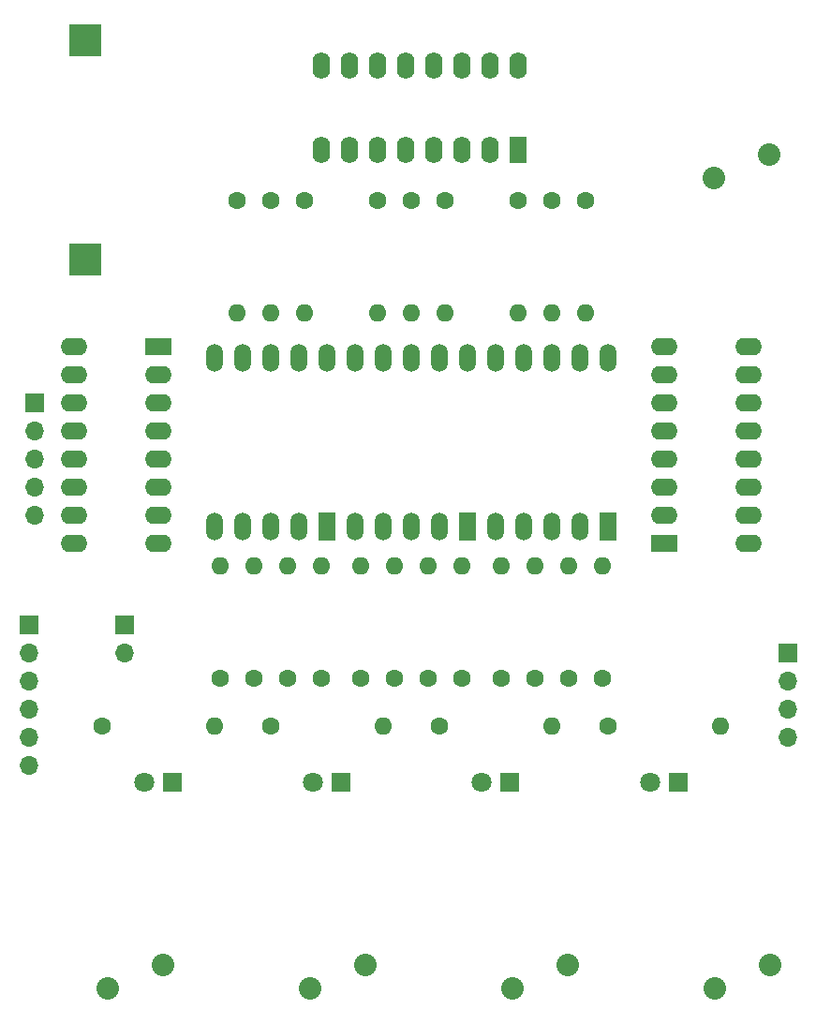
<source format=gbr>
%TF.GenerationSoftware,KiCad,Pcbnew,8.0.7*%
%TF.CreationDate,2024-12-12T20:06:27+02:00*%
%TF.ProjectId,circuit diagram,63697263-7569-4742-9064-69616772616d,rev?*%
%TF.SameCoordinates,Original*%
%TF.FileFunction,Copper,L1,Top*%
%TF.FilePolarity,Positive*%
%FSLAX46Y46*%
G04 Gerber Fmt 4.6, Leading zero omitted, Abs format (unit mm)*
G04 Created by KiCad (PCBNEW 8.0.7) date 2024-12-12 20:06:27*
%MOMM*%
%LPD*%
G01*
G04 APERTURE LIST*
%TA.AperFunction,ComponentPad*%
%ADD10C,1.600000*%
%TD*%
%TA.AperFunction,ComponentPad*%
%ADD11O,1.600000X1.600000*%
%TD*%
%TA.AperFunction,ComponentPad*%
%ADD12R,1.524000X2.524000*%
%TD*%
%TA.AperFunction,ComponentPad*%
%ADD13O,1.524000X2.524000*%
%TD*%
%TA.AperFunction,ComponentPad*%
%ADD14R,3.000000X3.000000*%
%TD*%
%TA.AperFunction,ComponentPad*%
%ADD15C,2.032000*%
%TD*%
%TA.AperFunction,ComponentPad*%
%ADD16R,1.700000X1.700000*%
%TD*%
%TA.AperFunction,ComponentPad*%
%ADD17O,1.700000X1.700000*%
%TD*%
%TA.AperFunction,ComponentPad*%
%ADD18R,1.800000X1.800000*%
%TD*%
%TA.AperFunction,ComponentPad*%
%ADD19C,1.800000*%
%TD*%
%TA.AperFunction,ComponentPad*%
%ADD20R,2.400000X1.600000*%
%TD*%
%TA.AperFunction,ComponentPad*%
%ADD21O,2.400000X1.600000*%
%TD*%
%TA.AperFunction,ComponentPad*%
%ADD22R,1.600000X2.400000*%
%TD*%
%TA.AperFunction,ComponentPad*%
%ADD23O,1.600000X2.400000*%
%TD*%
G04 APERTURE END LIST*
D10*
%TO.P,R4,1*%
%TO.N,Net-(D4-A)*%
X39116000Y-94234000D03*
D11*
%TO.P,R4,2*%
%TO.N,/LED_GRN*%
X49276000Y-94234000D03*
%TD*%
D10*
%TO.P,R11,1*%
%TO.N,Net-(U1-QG)*%
X58928000Y-89916000D03*
D11*
%TO.P,R11,2*%
%TO.N,Net-(U4-G)*%
X58928000Y-79756000D03*
%TD*%
D12*
%TO.P,U5,1,G*%
%TO.N,Net-(U5-G)*%
X72136000Y-76200000D03*
D13*
%TO.P,U5,2,F*%
%TO.N,Net-(U5-F)*%
X69596000Y-76200000D03*
%TO.P,U5,3,CC*%
%TO.N,GND*%
X67056000Y-76200000D03*
%TO.P,U5,4,E*%
%TO.N,Net-(U5-E)*%
X64516000Y-76200000D03*
%TO.P,U5,5,D*%
%TO.N,Net-(U5-D)*%
X61976000Y-76200000D03*
%TO.P,U5,6,DP*%
%TO.N,unconnected-(U5-DP-Pad6)*%
X61976000Y-60960000D03*
%TO.P,U5,7,C*%
%TO.N,Net-(U5-C)*%
X64516000Y-60960000D03*
%TO.P,U5,8,CC*%
%TO.N,GND*%
X67056000Y-60960000D03*
%TO.P,U5,9,B*%
%TO.N,Net-(U5-B)*%
X69596000Y-60960000D03*
%TO.P,U5,10,A*%
%TO.N,Net-(U5-A)*%
X72136000Y-60960000D03*
%TD*%
D12*
%TO.P,U6,1,G*%
%TO.N,Net-(U6-G)*%
X84836000Y-76200000D03*
D13*
%TO.P,U6,2,F*%
%TO.N,Net-(U6-F)*%
X82296000Y-76200000D03*
%TO.P,U6,3,CC*%
%TO.N,GND*%
X79756000Y-76200000D03*
%TO.P,U6,4,E*%
%TO.N,Net-(U6-E)*%
X77216000Y-76200000D03*
%TO.P,U6,5,D*%
%TO.N,Net-(U6-D)*%
X74676000Y-76200000D03*
%TO.P,U6,6,DP*%
%TO.N,unconnected-(U6-DP-Pad6)*%
X74676000Y-60960000D03*
%TO.P,U6,7,C*%
%TO.N,Net-(U6-C)*%
X77216000Y-60960000D03*
%TO.P,U6,8,CC*%
%TO.N,GND*%
X79756000Y-60960000D03*
%TO.P,U6,9,B*%
%TO.N,Net-(U6-B)*%
X82296000Y-60960000D03*
%TO.P,U6,10,A*%
%TO.N,Net-(U6-A)*%
X84836000Y-60960000D03*
%TD*%
D10*
%TO.P,R10,1*%
%TO.N,Net-(U1-QF)*%
X55880000Y-89916000D03*
D11*
%TO.P,R10,2*%
%TO.N,Net-(U4-F)*%
X55880000Y-79756000D03*
%TD*%
D14*
%TO.P,KLJ-1,1,+*%
%TO.N,/BUZZER*%
X37592000Y-52079670D03*
%TO.P,KLJ-1,2,-*%
%TO.N,GND*%
X37592000Y-32248330D03*
%TD*%
D15*
%TO.P,SW3,1,A*%
%TO.N,/BTN_START*%
X94400000Y-44704000D03*
%TO.P,SW3,2,B*%
%TO.N,GND*%
X99400000Y-42604000D03*
%TD*%
D16*
%TO.P,J4,1,Pin_1*%
%TO.N,/DATAIN_DISP_1*%
X33020000Y-65029000D03*
D17*
%TO.P,J4,2,Pin_2*%
%TO.N,/n_ENABLE*%
X33020000Y-67569000D03*
%TO.P,J4,3,Pin_3*%
%TO.N,/LATCH_CLK*%
X33020000Y-70109000D03*
%TO.P,J4,4,Pin_4*%
%TO.N,/SHIFT_CLK*%
X33020000Y-72649000D03*
%TO.P,J4,5,Pin_5*%
%TO.N,/n_RESET*%
X33020000Y-75189000D03*
%TD*%
D10*
%TO.P,R23,1*%
%TO.N,Net-(U3-QE)*%
X78232000Y-89916000D03*
D11*
%TO.P,R23,2*%
%TO.N,Net-(U6-E)*%
X78232000Y-79756000D03*
%TD*%
D18*
%TO.P,D4,1,K*%
%TO.N,GND*%
X45471000Y-99314000D03*
D19*
%TO.P,D4,2,A*%
%TO.N,Net-(D4-A)*%
X42931000Y-99314000D03*
%TD*%
D12*
%TO.P,U4,1,G*%
%TO.N,Net-(U4-G)*%
X59436000Y-76200000D03*
D13*
%TO.P,U4,2,F*%
%TO.N,Net-(U4-F)*%
X56896000Y-76200000D03*
%TO.P,U4,3,CC*%
%TO.N,GND*%
X54356000Y-76200000D03*
%TO.P,U4,4,E*%
%TO.N,Net-(U4-E)*%
X51816000Y-76200000D03*
%TO.P,U4,5,D*%
%TO.N,Net-(U4-D)*%
X49276000Y-76200000D03*
%TO.P,U4,6,DP*%
%TO.N,unconnected-(U4-DP-Pad6)*%
X49276000Y-60960000D03*
%TO.P,U4,7,C*%
%TO.N,Net-(U4-C)*%
X51816000Y-60960000D03*
%TO.P,U4,8,CC*%
%TO.N,GND*%
X54356000Y-60960000D03*
%TO.P,U4,9,B*%
%TO.N,Net-(U4-B)*%
X56896000Y-60960000D03*
%TO.P,U4,10,A*%
%TO.N,Net-(U4-A)*%
X59436000Y-60960000D03*
%TD*%
D10*
%TO.P,R2,1*%
%TO.N,Net-(D2-A)*%
X54356000Y-94234000D03*
D11*
%TO.P,R2,2*%
%TO.N,/LED_RED*%
X64516000Y-94234000D03*
%TD*%
D10*
%TO.P,R5,1*%
%TO.N,Net-(U1-QA)*%
X57404000Y-46736000D03*
D11*
%TO.P,R5,2*%
%TO.N,Net-(U4-A)*%
X57404000Y-56896000D03*
%TD*%
D15*
%TO.P,SW2,1,A*%
%TO.N,/BTN_RED*%
X57912000Y-117914000D03*
%TO.P,SW2,2,B*%
%TO.N,GND*%
X62912000Y-115814000D03*
%TD*%
D10*
%TO.P,R6,1*%
%TO.N,Net-(U1-QB)*%
X54356000Y-46736000D03*
D11*
%TO.P,R6,2*%
%TO.N,Net-(U4-B)*%
X54356000Y-56896000D03*
%TD*%
D10*
%TO.P,R21,1*%
%TO.N,Net-(U3-QC)*%
X76708000Y-46736000D03*
D11*
%TO.P,R21,2*%
%TO.N,Net-(U6-C)*%
X76708000Y-56896000D03*
%TD*%
D10*
%TO.P,R18,1*%
%TO.N,Net-(U2-QG)*%
X71628000Y-89916000D03*
D11*
%TO.P,R18,2*%
%TO.N,Net-(U5-G)*%
X71628000Y-79756000D03*
%TD*%
D10*
%TO.P,R8,1*%
%TO.N,Net-(U1-QD)*%
X49784000Y-89916000D03*
D11*
%TO.P,R8,2*%
%TO.N,Net-(U4-D)*%
X49784000Y-79756000D03*
%TD*%
D15*
%TO.P,SW4,1,A*%
%TO.N,/BTN_YLW*%
X76200000Y-117914000D03*
%TO.P,SW4,2,B*%
%TO.N,GND*%
X81200000Y-115814000D03*
%TD*%
D10*
%TO.P,R13,1*%
%TO.N,Net-(U2-QB)*%
X67056000Y-46736000D03*
D11*
%TO.P,R13,2*%
%TO.N,Net-(U5-B)*%
X67056000Y-56896000D03*
%TD*%
D10*
%TO.P,R15,1*%
%TO.N,Net-(U2-QD)*%
X62484000Y-89916000D03*
D11*
%TO.P,R15,2*%
%TO.N,Net-(U5-D)*%
X62484000Y-79756000D03*
%TD*%
D18*
%TO.P,D2,1,K*%
%TO.N,GND*%
X60711000Y-99314000D03*
D19*
%TO.P,D2,2,A*%
%TO.N,Net-(D2-A)*%
X58171000Y-99314000D03*
%TD*%
D18*
%TO.P,D1,1,K*%
%TO.N,GND*%
X91191000Y-99314000D03*
D19*
%TO.P,D1,2,A*%
%TO.N,Net-(D1-A)*%
X88651000Y-99314000D03*
%TD*%
D20*
%TO.P,U3,1,QB*%
%TO.N,Net-(U3-QB)*%
X89916000Y-77724000D03*
D21*
%TO.P,U3,2,QC*%
%TO.N,Net-(U3-QC)*%
X89916000Y-75184000D03*
%TO.P,U3,3,QD*%
%TO.N,Net-(U3-QD)*%
X89916000Y-72644000D03*
%TO.P,U3,4,QE*%
%TO.N,Net-(U3-QE)*%
X89916000Y-70104000D03*
%TO.P,U3,5,QF*%
%TO.N,Net-(U3-QF)*%
X89916000Y-67564000D03*
%TO.P,U3,6,QG*%
%TO.N,Net-(U3-QG)*%
X89916000Y-65024000D03*
%TO.P,U3,7,QH*%
%TO.N,unconnected-(U3-QH-Pad7)*%
X89916000Y-62484000D03*
%TO.P,U3,8,GND*%
%TO.N,GND*%
X89916000Y-59944000D03*
%TO.P,U3,9,QH'*%
%TO.N,unconnected-(U3-QH'-Pad9)*%
X97536000Y-59944000D03*
%TO.P,U3,10,~{SRCLR}*%
%TO.N,/n_RESET*%
X97536000Y-62484000D03*
%TO.P,U3,11,SRCLK*%
%TO.N,/SHIFT_CLK*%
X97536000Y-65024000D03*
%TO.P,U3,12,RCLK*%
%TO.N,/LATCH_CLK*%
X97536000Y-67564000D03*
%TO.P,U3,13,~{OE}*%
%TO.N,/n_ENABLE*%
X97536000Y-70104000D03*
%TO.P,U3,14,SER*%
%TO.N,/DATAIN_DISP100*%
X97536000Y-72644000D03*
%TO.P,U3,15,QA*%
%TO.N,Net-(U3-QA)*%
X97536000Y-75184000D03*
%TO.P,U3,16,VCC*%
%TO.N,VCC*%
X97536000Y-77724000D03*
%TD*%
D10*
%TO.P,R12,1*%
%TO.N,Net-(U2-QA)*%
X70104000Y-46736000D03*
D11*
%TO.P,R12,2*%
%TO.N,Net-(U5-A)*%
X70104000Y-56896000D03*
%TD*%
D10*
%TO.P,R7,1*%
%TO.N,Net-(U1-QC)*%
X51308000Y-46736000D03*
D11*
%TO.P,R7,2*%
%TO.N,Net-(U4-C)*%
X51308000Y-56896000D03*
%TD*%
D20*
%TO.P,U1,1,QB*%
%TO.N,Net-(U1-QB)*%
X44196000Y-59944000D03*
D21*
%TO.P,U1,2,QC*%
%TO.N,Net-(U1-QC)*%
X44196000Y-62484000D03*
%TO.P,U1,3,QD*%
%TO.N,Net-(U1-QD)*%
X44196000Y-65024000D03*
%TO.P,U1,4,QE*%
%TO.N,Net-(U1-QE)*%
X44196000Y-67564000D03*
%TO.P,U1,5,QF*%
%TO.N,Net-(U1-QF)*%
X44196000Y-70104000D03*
%TO.P,U1,6,QG*%
%TO.N,Net-(U1-QG)*%
X44196000Y-72644000D03*
%TO.P,U1,7,QH*%
%TO.N,/DATAIN_DISP_10*%
X44196000Y-75184000D03*
%TO.P,U1,8,GND*%
%TO.N,GND*%
X44196000Y-77724000D03*
%TO.P,U1,9,QH'*%
%TO.N,unconnected-(U1-QH'-Pad9)*%
X36576000Y-77724000D03*
%TO.P,U1,10,~{SRCLR}*%
%TO.N,/n_RESET*%
X36576000Y-75184000D03*
%TO.P,U1,11,SRCLK*%
%TO.N,/SHIFT_CLK*%
X36576000Y-72644000D03*
%TO.P,U1,12,RCLK*%
%TO.N,/LATCH_CLK*%
X36576000Y-70104000D03*
%TO.P,U1,13,~{OE}*%
%TO.N,/n_ENABLE*%
X36576000Y-67564000D03*
%TO.P,U1,14,SER*%
%TO.N,/DATAIN_DISP_1*%
X36576000Y-65024000D03*
%TO.P,U1,15,QA*%
%TO.N,Net-(U1-QA)*%
X36576000Y-62484000D03*
%TO.P,U1,16,VCC*%
%TO.N,VCC*%
X36576000Y-59944000D03*
%TD*%
D15*
%TO.P,SW1,1,A*%
%TO.N,/BTN_TURQ*%
X94488000Y-117914000D03*
%TO.P,SW1,2,B*%
%TO.N,GND*%
X99488000Y-115814000D03*
%TD*%
D10*
%TO.P,R3,1*%
%TO.N,Net-(D3-A)*%
X69596000Y-94234000D03*
D11*
%TO.P,R3,2*%
%TO.N,/LED_YLW*%
X79756000Y-94234000D03*
%TD*%
D10*
%TO.P,R25,1*%
%TO.N,Net-(U3-QG)*%
X84328000Y-89916000D03*
D11*
%TO.P,R25,2*%
%TO.N,Net-(U6-G)*%
X84328000Y-79756000D03*
%TD*%
D22*
%TO.P,U2,1,QB*%
%TO.N,Net-(U2-QB)*%
X76708000Y-42164000D03*
D23*
%TO.P,U2,2,QC*%
%TO.N,Net-(U2-QC)*%
X74168000Y-42164000D03*
%TO.P,U2,3,QD*%
%TO.N,Net-(U2-QD)*%
X71628000Y-42164000D03*
%TO.P,U2,4,QE*%
%TO.N,Net-(U2-QE)*%
X69088000Y-42164000D03*
%TO.P,U2,5,QF*%
%TO.N,Net-(U2-QF)*%
X66548000Y-42164000D03*
%TO.P,U2,6,QG*%
%TO.N,Net-(U2-QG)*%
X64008000Y-42164000D03*
%TO.P,U2,7,QH*%
%TO.N,/DATAIN_DISP100*%
X61468000Y-42164000D03*
%TO.P,U2,8,GND*%
%TO.N,GND*%
X58928000Y-42164000D03*
%TO.P,U2,9,QH'*%
%TO.N,unconnected-(U2-QH'-Pad9)*%
X58928000Y-34544000D03*
%TO.P,U2,10,~{SRCLR}*%
%TO.N,/n_RESET*%
X61468000Y-34544000D03*
%TO.P,U2,11,SRCLK*%
%TO.N,/SHIFT_CLK*%
X64008000Y-34544000D03*
%TO.P,U2,12,RCLK*%
%TO.N,/LATCH_CLK*%
X66548000Y-34544000D03*
%TO.P,U2,13,~{OE}*%
%TO.N,/n_ENABLE*%
X69088000Y-34544000D03*
%TO.P,U2,14,SER*%
%TO.N,/DATAIN_DISP_10*%
X71628000Y-34544000D03*
%TO.P,U2,15,QA*%
%TO.N,Net-(U2-QA)*%
X74168000Y-34544000D03*
%TO.P,U2,16,VCC*%
%TO.N,VCC*%
X76708000Y-34544000D03*
%TD*%
D17*
%TO.P,J3,6,Pin_6*%
%TO.N,/BUZZER*%
X32512000Y-97790000D03*
%TO.P,J3,5,Pin_5*%
%TO.N,/BTN_START*%
X32512000Y-95250000D03*
%TO.P,J3,4,Pin_4*%
%TO.N,/BTN_GRN*%
X32512000Y-92710000D03*
%TO.P,J3,3,Pin_3*%
%TO.N,/BTN_RED*%
X32512000Y-90170000D03*
%TO.P,J3,2,Pin_2*%
%TO.N,/BTN_YLW*%
X32512000Y-87630000D03*
D16*
%TO.P,J3,1,Pin_1*%
%TO.N,/BTN_TURQ*%
X32512000Y-85090000D03*
%TD*%
D10*
%TO.P,R19,1*%
%TO.N,Net-(U3-QA)*%
X82804000Y-46736000D03*
D11*
%TO.P,R19,2*%
%TO.N,Net-(U6-A)*%
X82804000Y-56896000D03*
%TD*%
D16*
%TO.P,J2,1,Pin_1*%
%TO.N,/LED_TURQ*%
X101092000Y-87630000D03*
D17*
%TO.P,J2,2,Pin_2*%
%TO.N,/LED_YLW*%
X101092000Y-90170000D03*
%TO.P,J2,3,Pin_3*%
%TO.N,/LED_RED*%
X101092000Y-92710000D03*
%TO.P,J2,4,Pin_4*%
%TO.N,/LED_GRN*%
X101092000Y-95250000D03*
%TD*%
D10*
%TO.P,R20,1*%
%TO.N,Net-(U3-QB)*%
X79756000Y-46736000D03*
D11*
%TO.P,R20,2*%
%TO.N,Net-(U6-B)*%
X79756000Y-56896000D03*
%TD*%
D15*
%TO.P,SW5,1,A*%
%TO.N,/BTN_GRN*%
X39624000Y-117914000D03*
%TO.P,SW5,2,B*%
%TO.N,GND*%
X44624000Y-115814000D03*
%TD*%
D18*
%TO.P,D3,1,K*%
%TO.N,GND*%
X75951000Y-99314000D03*
D19*
%TO.P,D3,2,A*%
%TO.N,Net-(D3-A)*%
X73411000Y-99314000D03*
%TD*%
D16*
%TO.P,J1,1,Pin_1*%
%TO.N,VCC*%
X41148000Y-85090000D03*
D17*
%TO.P,J1,2,Pin_2*%
%TO.N,GND*%
X41148000Y-87630000D03*
%TD*%
D10*
%TO.P,R14,1*%
%TO.N,Net-(U2-QC)*%
X64008000Y-46736000D03*
D11*
%TO.P,R14,2*%
%TO.N,Net-(U5-C)*%
X64008000Y-56896000D03*
%TD*%
D10*
%TO.P,R16,1*%
%TO.N,Net-(U2-QE)*%
X65532000Y-89916000D03*
D11*
%TO.P,R16,2*%
%TO.N,Net-(U5-E)*%
X65532000Y-79756000D03*
%TD*%
D10*
%TO.P,R9,1*%
%TO.N,Net-(U1-QE)*%
X52832000Y-89916000D03*
D11*
%TO.P,R9,2*%
%TO.N,Net-(U4-E)*%
X52832000Y-79756000D03*
%TD*%
D10*
%TO.P,R17,1*%
%TO.N,Net-(U2-QF)*%
X68580000Y-89916000D03*
D11*
%TO.P,R17,2*%
%TO.N,Net-(U5-F)*%
X68580000Y-79756000D03*
%TD*%
D10*
%TO.P,R22,1*%
%TO.N,Net-(U3-QD)*%
X75184000Y-89916000D03*
D11*
%TO.P,R22,2*%
%TO.N,Net-(U6-D)*%
X75184000Y-79756000D03*
%TD*%
D10*
%TO.P,R24,1*%
%TO.N,Net-(U3-QF)*%
X81280000Y-89916000D03*
D11*
%TO.P,R24,2*%
%TO.N,Net-(U6-F)*%
X81280000Y-79756000D03*
%TD*%
D10*
%TO.P,R1,1*%
%TO.N,Net-(D1-A)*%
X84836000Y-94234000D03*
D11*
%TO.P,R1,2*%
%TO.N,/LED_TURQ*%
X94996000Y-94234000D03*
%TD*%
M02*

</source>
